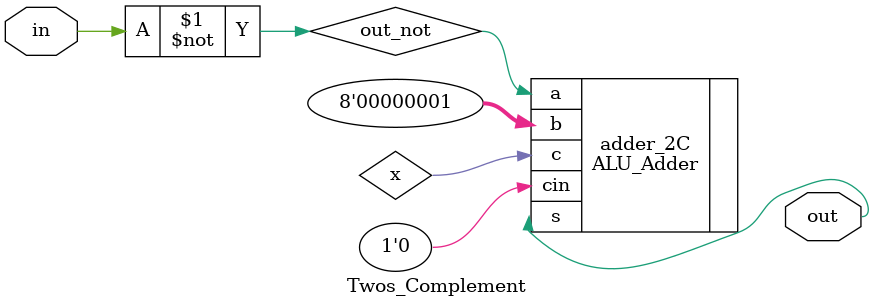
<source format=v>
`timescale 1ns / 1ps


module Twos_Complement #(parameter SIZE = 1)(in, out);
    input [SIZE-1:0] in;
    output [SIZE-1:0] out;
    
    wire [SIZE-1:0] out_not;

    genvar i;
    generate
        for(i=0; i<SIZE; i=i+1) begin
            not NOT_2C(out_not[i], in[i]);
        end
    endgenerate

    wire x;
    ALU_Adder adder_2C(.a(out_not), .b(8'b00000001), .cin(1'b0), .s(out), .c(x));

//    initial begin
//        $monitor("in=%b, out=%b", in, out);
//    end

endmodule

</source>
